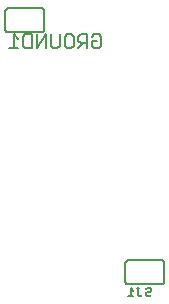
<source format=gbr>
G04 EAGLE Gerber RS-274X export*
G75*
%MOMM*%
%FSLAX34Y34*%
%LPD*%
%INSilkscreen Bottom*%
%IPPOS*%
%AMOC8*
5,1,8,0,0,1.08239X$1,22.5*%
G01*
%ADD10C,0.203200*%
%ADD11C,0.127000*%
%ADD12C,0.152400*%


D10*
X85090Y457200D02*
X57150Y457200D01*
X85090Y436880D02*
X85190Y436882D01*
X85289Y436888D01*
X85389Y436898D01*
X85487Y436911D01*
X85586Y436929D01*
X85683Y436950D01*
X85779Y436975D01*
X85875Y437004D01*
X85969Y437037D01*
X86062Y437073D01*
X86153Y437113D01*
X86243Y437157D01*
X86331Y437204D01*
X86417Y437254D01*
X86501Y437308D01*
X86583Y437365D01*
X86662Y437425D01*
X86740Y437489D01*
X86814Y437555D01*
X86886Y437624D01*
X86955Y437696D01*
X87021Y437770D01*
X87085Y437848D01*
X87145Y437927D01*
X87202Y438009D01*
X87256Y438093D01*
X87306Y438179D01*
X87353Y438267D01*
X87397Y438357D01*
X87437Y438448D01*
X87473Y438541D01*
X87506Y438635D01*
X87535Y438731D01*
X87560Y438827D01*
X87581Y438924D01*
X87599Y439023D01*
X87612Y439121D01*
X87622Y439221D01*
X87628Y439320D01*
X87630Y439420D01*
X57150Y436880D02*
X57050Y436882D01*
X56951Y436888D01*
X56851Y436898D01*
X56753Y436911D01*
X56654Y436929D01*
X56557Y436950D01*
X56461Y436975D01*
X56365Y437004D01*
X56271Y437037D01*
X56178Y437073D01*
X56087Y437113D01*
X55997Y437157D01*
X55909Y437204D01*
X55823Y437254D01*
X55739Y437308D01*
X55657Y437365D01*
X55578Y437425D01*
X55500Y437489D01*
X55426Y437555D01*
X55354Y437624D01*
X55285Y437696D01*
X55219Y437770D01*
X55155Y437848D01*
X55095Y437927D01*
X55038Y438009D01*
X54984Y438093D01*
X54934Y438179D01*
X54887Y438267D01*
X54843Y438357D01*
X54803Y438448D01*
X54767Y438541D01*
X54734Y438635D01*
X54705Y438731D01*
X54680Y438827D01*
X54659Y438924D01*
X54641Y439023D01*
X54628Y439121D01*
X54618Y439221D01*
X54612Y439320D01*
X54610Y439420D01*
X54610Y454660D02*
X54612Y454760D01*
X54618Y454859D01*
X54628Y454959D01*
X54641Y455057D01*
X54659Y455156D01*
X54680Y455253D01*
X54705Y455349D01*
X54734Y455445D01*
X54767Y455539D01*
X54803Y455632D01*
X54843Y455723D01*
X54887Y455813D01*
X54934Y455901D01*
X54984Y455987D01*
X55038Y456071D01*
X55095Y456153D01*
X55155Y456232D01*
X55219Y456310D01*
X55285Y456384D01*
X55354Y456456D01*
X55426Y456525D01*
X55500Y456591D01*
X55578Y456655D01*
X55657Y456715D01*
X55739Y456772D01*
X55823Y456826D01*
X55909Y456876D01*
X55997Y456923D01*
X56087Y456967D01*
X56178Y457007D01*
X56271Y457043D01*
X56365Y457076D01*
X56461Y457105D01*
X56557Y457130D01*
X56654Y457151D01*
X56753Y457169D01*
X56851Y457182D01*
X56951Y457192D01*
X57050Y457198D01*
X57150Y457200D01*
X85090Y457200D02*
X85190Y457198D01*
X85289Y457192D01*
X85389Y457182D01*
X85487Y457169D01*
X85586Y457151D01*
X85683Y457130D01*
X85779Y457105D01*
X85875Y457076D01*
X85969Y457043D01*
X86062Y457007D01*
X86153Y456967D01*
X86243Y456923D01*
X86331Y456876D01*
X86417Y456826D01*
X86501Y456772D01*
X86583Y456715D01*
X86662Y456655D01*
X86740Y456591D01*
X86814Y456525D01*
X86886Y456456D01*
X86955Y456384D01*
X87021Y456310D01*
X87085Y456232D01*
X87145Y456153D01*
X87202Y456071D01*
X87256Y455987D01*
X87306Y455901D01*
X87353Y455813D01*
X87397Y455723D01*
X87437Y455632D01*
X87473Y455539D01*
X87506Y455445D01*
X87535Y455349D01*
X87560Y455253D01*
X87581Y455156D01*
X87599Y455057D01*
X87612Y454959D01*
X87622Y454859D01*
X87628Y454760D01*
X87630Y454660D01*
X87630Y439420D01*
X54610Y439420D02*
X54610Y454660D01*
X57150Y436880D02*
X85090Y436880D01*
D11*
X128206Y433078D02*
X130113Y434985D01*
X133926Y434985D01*
X135833Y433078D01*
X135833Y425452D01*
X133926Y423545D01*
X130113Y423545D01*
X128206Y425452D01*
X128206Y429265D01*
X132020Y429265D01*
X124139Y423545D02*
X124139Y434985D01*
X118419Y434985D01*
X116512Y433078D01*
X116512Y429265D01*
X118419Y427358D01*
X124139Y427358D01*
X120326Y427358D02*
X116512Y423545D01*
X110538Y434985D02*
X106725Y434985D01*
X110538Y434985D02*
X112445Y433078D01*
X112445Y425452D01*
X110538Y423545D01*
X106725Y423545D01*
X104819Y425452D01*
X104819Y433078D01*
X106725Y434985D01*
X100751Y434985D02*
X100751Y425452D01*
X98844Y423545D01*
X95031Y423545D01*
X93125Y425452D01*
X93125Y434985D01*
X89057Y434985D02*
X89057Y423545D01*
X81431Y423545D02*
X89057Y434985D01*
X81431Y434985D02*
X81431Y423545D01*
X77363Y423545D02*
X77363Y434985D01*
X77363Y423545D02*
X71643Y423545D01*
X69737Y425452D01*
X69737Y433078D01*
X71643Y434985D01*
X77363Y434985D01*
X65669Y431172D02*
X61856Y434985D01*
X61856Y423545D01*
X65669Y423545D02*
X58043Y423545D01*
D10*
X158750Y243840D02*
X186690Y243840D01*
X189230Y226060D02*
X189228Y225960D01*
X189222Y225861D01*
X189212Y225761D01*
X189199Y225663D01*
X189181Y225564D01*
X189160Y225467D01*
X189135Y225371D01*
X189106Y225275D01*
X189073Y225181D01*
X189037Y225088D01*
X188997Y224997D01*
X188953Y224907D01*
X188906Y224819D01*
X188856Y224733D01*
X188802Y224649D01*
X188745Y224567D01*
X188685Y224488D01*
X188621Y224410D01*
X188555Y224336D01*
X188486Y224264D01*
X188414Y224195D01*
X188340Y224129D01*
X188262Y224065D01*
X188183Y224005D01*
X188101Y223948D01*
X188017Y223894D01*
X187931Y223844D01*
X187843Y223797D01*
X187753Y223753D01*
X187662Y223713D01*
X187569Y223677D01*
X187475Y223644D01*
X187379Y223615D01*
X187283Y223590D01*
X187186Y223569D01*
X187087Y223551D01*
X186989Y223538D01*
X186889Y223528D01*
X186790Y223522D01*
X186690Y223520D01*
X158750Y223520D02*
X158650Y223522D01*
X158551Y223528D01*
X158451Y223538D01*
X158353Y223551D01*
X158254Y223569D01*
X158157Y223590D01*
X158061Y223615D01*
X157965Y223644D01*
X157871Y223677D01*
X157778Y223713D01*
X157687Y223753D01*
X157597Y223797D01*
X157509Y223844D01*
X157423Y223894D01*
X157339Y223948D01*
X157257Y224005D01*
X157178Y224065D01*
X157100Y224129D01*
X157026Y224195D01*
X156954Y224264D01*
X156885Y224336D01*
X156819Y224410D01*
X156755Y224488D01*
X156695Y224567D01*
X156638Y224649D01*
X156584Y224733D01*
X156534Y224819D01*
X156487Y224907D01*
X156443Y224997D01*
X156403Y225088D01*
X156367Y225181D01*
X156334Y225275D01*
X156305Y225371D01*
X156280Y225467D01*
X156259Y225564D01*
X156241Y225663D01*
X156228Y225761D01*
X156218Y225861D01*
X156212Y225960D01*
X156210Y226060D01*
X156210Y241300D02*
X156212Y241400D01*
X156218Y241499D01*
X156228Y241599D01*
X156241Y241697D01*
X156259Y241796D01*
X156280Y241893D01*
X156305Y241989D01*
X156334Y242085D01*
X156367Y242179D01*
X156403Y242272D01*
X156443Y242363D01*
X156487Y242453D01*
X156534Y242541D01*
X156584Y242627D01*
X156638Y242711D01*
X156695Y242793D01*
X156755Y242872D01*
X156819Y242950D01*
X156885Y243024D01*
X156954Y243096D01*
X157026Y243165D01*
X157100Y243231D01*
X157178Y243295D01*
X157257Y243355D01*
X157339Y243412D01*
X157423Y243466D01*
X157509Y243516D01*
X157597Y243563D01*
X157687Y243607D01*
X157778Y243647D01*
X157871Y243683D01*
X157965Y243716D01*
X158061Y243745D01*
X158157Y243770D01*
X158254Y243791D01*
X158353Y243809D01*
X158451Y243822D01*
X158551Y243832D01*
X158650Y243838D01*
X158750Y243840D01*
X186690Y243840D02*
X186790Y243838D01*
X186889Y243832D01*
X186989Y243822D01*
X187087Y243809D01*
X187186Y243791D01*
X187283Y243770D01*
X187379Y243745D01*
X187475Y243716D01*
X187569Y243683D01*
X187662Y243647D01*
X187753Y243607D01*
X187843Y243563D01*
X187931Y243516D01*
X188017Y243466D01*
X188101Y243412D01*
X188183Y243355D01*
X188262Y243295D01*
X188340Y243231D01*
X188414Y243165D01*
X188486Y243096D01*
X188555Y243024D01*
X188621Y242950D01*
X188685Y242872D01*
X188745Y242793D01*
X188802Y242711D01*
X188856Y242627D01*
X188906Y242541D01*
X188953Y242453D01*
X188997Y242363D01*
X189037Y242272D01*
X189073Y242179D01*
X189106Y242085D01*
X189135Y241989D01*
X189160Y241893D01*
X189181Y241796D01*
X189199Y241697D01*
X189212Y241599D01*
X189222Y241499D01*
X189228Y241400D01*
X189230Y241300D01*
X189230Y226060D01*
X156210Y226060D02*
X156210Y241300D01*
X158750Y223520D02*
X186690Y223520D01*
D12*
X174596Y220224D02*
X173494Y219122D01*
X174596Y220224D02*
X176799Y220224D01*
X177900Y219122D01*
X177900Y218020D01*
X176799Y216919D01*
X174596Y216919D01*
X173494Y215817D01*
X173494Y214716D01*
X174596Y213614D01*
X176799Y213614D01*
X177900Y214716D01*
X170416Y214716D02*
X169315Y213614D01*
X168213Y213614D01*
X167112Y214716D01*
X167112Y220224D01*
X168213Y220224D02*
X166010Y220224D01*
X162932Y218020D02*
X160729Y220224D01*
X160729Y213614D01*
X162932Y213614D02*
X158526Y213614D01*
M02*

</source>
